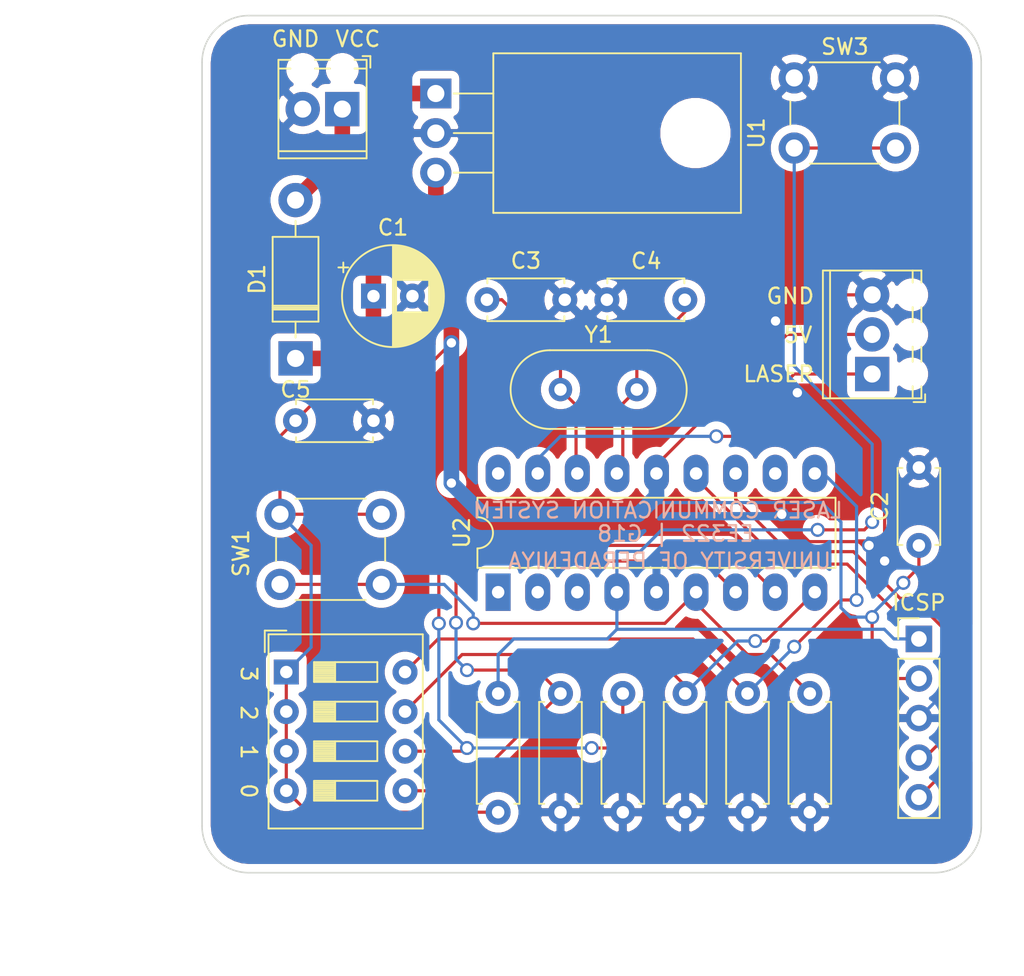
<source format=kicad_pcb>
(kicad_pcb (version 20171130) (host pcbnew "(5.1.9)-1")
  (layers (0 F.Cu signal) (31 B.Cu signal) (34 B.Paste user) (35 F.Paste user) (36 B.SilkS user) (37 F.SilkS user) (38 B.Mask user) (39 F.Mask user) (44 Edge.Cuts user))
  (net 0 "")
  (net 1 "Net-(C1-Pad1)")
  (net 2 GND)
  (net 3 5V)
  (net 4 "Net-(C3-Pad1)")
  (net 5 "Net-(C4-Pad1)")
  (net 6 "Net-(D1-Pad2)")
  (net 7 LASER)
  (net 8 MCLR)
  (net 9 DATA)
  (net 10 CLOCK)
  (net 11 SEND)
  (net 12 BIT0)
  (net 13 BIT1)
  (net 14 BIT2)
  (net 15 BIT3)
  (net 16 "Net-(U2-Pad1)")
  (net 17 "Net-(U2-Pad2)")
  (net 18 "Net-(U2-Pad11)")
  (net 19 "Net-(U2-Pad3)")
  (net 20 "Net-(U2-Pad18)")
  (module Connector_PinHeader_2.54mm:PinHeader_1x05_P2.54mm_Vertical (layer F.Cu) (at 116 103)
    (fp_text reference ICSP (at 0 -2.33) (layer F.SilkS))
    (fp_text value Conn_01x05_Male)
    (pad 5 thru_hole oval (at 0 10.16) (size 1.7 1.7) (drill 1) (layers *.Cu *.Mask) (net 10 CLOCK))
    (pad 4 thru_hole oval (at 0 7.62) (size 1.7 1.7) (drill 1) (layers *.Cu *.Mask) (net 9 DATA))
    (pad 3 thru_hole oval (at 0 5.08) (size 1.7 1.7) (drill 1) (layers *.Cu *.Mask) (net 2 GND))
    (pad 2 thru_hole oval (at 0 2.54) (size 1.7 1.7) (drill 1) (layers *.Cu *.Mask) (net 3 5V))
    (pad 1 thru_hole rect (at 0 0) (size 1.7 1.7) (drill 1) (layers *.Cu *.Mask) (net 8 MCLR))
  )
  (module Capacitor_THT:C_Disc_D4.7mm_W2.5mm_P5.00mm (layer F.Cu) (at 76 89)
    (fp_text reference C5 (at 0 -2) (layer F.SilkS))
    (fp_text value 0.1uF)
    (pad 2 thru_hole circle (at 5 0) (size 1.6 1.6) (drill 0.8) (layers *.Cu *.Mask) (net 2 GND))
    (pad 1 thru_hole circle (at 0 0) (size 1.6 1.6) (drill 0.8) (layers *.Cu *.Mask) (net 3 5V))
  )
  (module Capacitor_THT:CP_Radial_D6.3mm_P2.50mm (layer F.Cu) (at 81 81)
    (fp_text reference C1 (at 1.25 -4.4) (layer F.SilkS))
    (fp_text value 100uF)
    (pad 1 thru_hole rect (at 0 0) (size 1.6 1.6) (drill 0.8) (layers *.Cu *.Mask) (net 1 "Net-(C1-Pad1)"))
    (pad 2 thru_hole circle (at 2.5 0) (size 1.6 1.6) (drill 0.8) (layers *.Cu *.Mask) (net 2 GND))
  )
  (module Capacitor_THT:C_Disc_D4.7mm_W2.5mm_P5.00mm (layer F.Cu) (at 116 97 90)
    (fp_text reference C2 (at 2.5 -2.5 90) (layer F.SilkS))
    (fp_text value 0.1uF)
    (pad 1 thru_hole circle (at 0 0 90) (size 1.6 1.6) (drill 0.8) (layers *.Cu *.Mask) (net 3 5V))
    (pad 2 thru_hole circle (at 5 0 90) (size 1.6 1.6) (drill 0.8) (layers *.Cu *.Mask) (net 2 GND))
  )
  (module Capacitor_THT:C_Disc_D4.7mm_W2.5mm_P5.00mm (layer F.Cu) (at 88.278 81.236)
    (fp_text reference C3 (at 2.5 -2.5) (layer F.SilkS))
    (fp_text value 22pF)
    (pad 2 thru_hole circle (at 5 0) (size 1.6 1.6) (drill 0.8) (layers *.Cu *.Mask) (net 2 GND))
    (pad 1 thru_hole circle (at 0 0) (size 1.6 1.6) (drill 0.8) (layers *.Cu *.Mask) (net 4 "Net-(C3-Pad1)"))
  )
  (module Capacitor_THT:C_Disc_D4.7mm_W2.5mm_P5.00mm (layer F.Cu) (at 100.978 81.236 180)
    (fp_text reference C4 (at 2.478 2.486) (layer F.SilkS))
    (fp_text value 22pF)
    (pad 1 thru_hole circle (at 0 0 180) (size 1.6 1.6) (drill 0.8) (layers *.Cu *.Mask) (net 5 "Net-(C4-Pad1)"))
    (pad 2 thru_hole circle (at 5 0 180) (size 1.6 1.6) (drill 0.8) (layers *.Cu *.Mask) (net 2 GND))
  )
  (module Diode_THT:D_DO-41_SOD81_P10.16mm_Horizontal (layer F.Cu) (at 76 85 90)
    (fp_text reference D1 (at 5.08 -2.47 90) (layer F.SilkS))
    (fp_text value 1N4007)
    (pad 1 thru_hole rect (at 0 0 90) (size 2.2 2.2) (drill 1.1) (layers *.Cu *.Mask) (net 1 "Net-(C1-Pad1)"))
    (pad 2 thru_hole oval (at 10.16 0 90) (size 2.2 2.2) (drill 1.1) (layers *.Cu *.Mask) (net 6 "Net-(D1-Pad2)"))
  )
  (module TerminalBlock_Phoenix:TerminalBlock_Phoenix_MPT-0,5-2-2.54_1x02_P2.54mm_Horizontal (layer F.Cu) (at 79 69 180)
    (fp_text reference J1 hide)
    (fp_text value Screw_Terminal_01x02)
    (pad 1 thru_hole rect (at 0 0 180) (size 2.2 2.2) (drill 1.1) (layers *.Cu *.Mask) (net 6 "Net-(D1-Pad2)"))
    (pad "" np_thru_hole circle (at 0 2.54 180) (size 1.1 1.1) (drill 1.1) (layers *.Cu *.Mask))
    (pad 2 thru_hole circle (at 2.54 0 180) (size 2.2 2.2) (drill 1.1) (layers *.Cu *.Mask) (net 2 GND))
    (pad "" np_thru_hole circle (at 2.54 2.54 180) (size 1.1 1.1) (drill 1.1) (layers *.Cu *.Mask))
  )
  (module TerminalBlock_Phoenix:TerminalBlock_Phoenix_MPT-0,5-3-2.54_1x03_P2.54mm_Horizontal (layer F.Cu) (at 113 86 90)
    (fp_text reference J2 hide)
    (fp_text value Screw_Terminal_01x03)
    (pad 1 thru_hole rect (at 0 0 90) (size 2.2 2.2) (drill 1.1) (layers *.Cu *.Mask) (net 7 LASER))
    (pad "" np_thru_hole circle (at 0 2.54 90) (size 1.1 1.1) (drill 1.1) (layers *.Cu *.Mask))
    (pad 2 thru_hole circle (at 2.54 0 90) (size 2.2 2.2) (drill 1.1) (layers *.Cu *.Mask) (net 3 5V))
    (pad "" np_thru_hole circle (at 2.54 2.54 90) (size 1.1 1.1) (drill 1.1) (layers *.Cu *.Mask))
    (pad 3 thru_hole circle (at 5.08 0 90) (size 2.2 2.2) (drill 1.1) (layers *.Cu *.Mask) (net 2 GND))
    (pad "" np_thru_hole circle (at 5.08 2.54 90) (size 1.1 1.1) (drill 1.1) (layers *.Cu *.Mask))
  )
  (module Resistor_THT:R_Axial_DIN0207_L6.3mm_D2.5mm_P7.62mm_Horizontal (layer F.Cu) (at 109 106.5 270)
    (fp_text reference R1 hide)
    (fp_text value 10k)
    (pad 2 thru_hole oval (at 7.62 0 270) (size 1.6 1.6) (drill 0.8) (layers *.Cu *.Mask) (net 2 GND))
    (pad 1 thru_hole circle (at 0 0 270) (size 1.6 1.6) (drill 0.8) (layers *.Cu *.Mask) (net 11 SEND))
  )
  (module Resistor_THT:R_Axial_DIN0207_L6.3mm_D2.5mm_P7.62mm_Horizontal (layer F.Cu) (at 105 106.5 270)
    (fp_text reference R2 hide)
    (fp_text value 10k)
    (pad 2 thru_hole oval (at 7.62 0 270) (size 1.6 1.6) (drill 0.8) (layers *.Cu *.Mask) (net 2 GND))
    (pad 1 thru_hole circle (at 0 0 270) (size 1.6 1.6) (drill 0.8) (layers *.Cu *.Mask) (net 12 BIT0))
  )
  (module Resistor_THT:R_Axial_DIN0207_L6.3mm_D2.5mm_P7.62mm_Horizontal (layer F.Cu) (at 101 106.5 270)
    (fp_text reference R3 hide)
    (fp_text value 10k)
    (pad 1 thru_hole circle (at 0 0 270) (size 1.6 1.6) (drill 0.8) (layers *.Cu *.Mask) (net 13 BIT1))
    (pad 2 thru_hole oval (at 7.62 0 270) (size 1.6 1.6) (drill 0.8) (layers *.Cu *.Mask) (net 2 GND))
  )
  (module Resistor_THT:R_Axial_DIN0207_L6.3mm_D2.5mm_P7.62mm_Horizontal (layer F.Cu) (at 97 106.5 270)
    (fp_text reference R4 hide)
    (fp_text value 10k)
    (pad 2 thru_hole oval (at 7.62 0 270) (size 1.6 1.6) (drill 0.8) (layers *.Cu *.Mask) (net 2 GND))
    (pad 1 thru_hole circle (at 0 0 270) (size 1.6 1.6) (drill 0.8) (layers *.Cu *.Mask) (net 14 BIT2))
  )
  (module Resistor_THT:R_Axial_DIN0207_L6.3mm_D2.5mm_P7.62mm_Horizontal (layer F.Cu) (at 93 106.5 270)
    (fp_text reference R5 hide)
    (fp_text value 10k)
    (pad 1 thru_hole circle (at 0 0 270) (size 1.6 1.6) (drill 0.8) (layers *.Cu *.Mask) (net 15 BIT3))
    (pad 2 thru_hole oval (at 7.62 0 270) (size 1.6 1.6) (drill 0.8) (layers *.Cu *.Mask) (net 2 GND))
  )
  (module Resistor_THT:R_Axial_DIN0207_L6.3mm_D2.5mm_P7.62mm_Horizontal (layer F.Cu) (at 89 106.5 270)
    (fp_text reference R6 hide)
    (fp_text value 10k)
    (pad 1 thru_hole circle (at 0 0 270) (size 1.6 1.6) (drill 0.8) (layers *.Cu *.Mask) (net 8 MCLR))
    (pad 2 thru_hole oval (at 7.62 0 270) (size 1.6 1.6) (drill 0.8) (layers *.Cu *.Mask) (net 3 5V))
  )
  (module Button_Switch_THT:SW_PUSH_6mm_H4.3mm (layer F.Cu) (at 75 95)
    (fp_text reference SW1 (at -2.5 2.5 -90) (layer F.SilkS))
    (fp_text value Send_button)
    (pad 2 thru_hole circle (at 0 4.5 90) (size 2 2) (drill 1.1) (layers *.Cu *.Mask) (net 11 SEND))
    (pad 1 thru_hole circle (at 0 0 90) (size 2 2) (drill 1.1) (layers *.Cu *.Mask) (net 3 5V))
    (pad 2 thru_hole circle (at 6.5 4.5 90) (size 2 2) (drill 1.1) (layers *.Cu *.Mask) (net 11 SEND))
    (pad 1 thru_hole circle (at 6.5 0 90) (size 2 2) (drill 1.1) (layers *.Cu *.Mask) (net 3 5V))
  )
  (module Button_Switch_THT:SW_DIP_SPSTx04_Slide_9.78x12.34mm_W7.62mm_P2.54mm (layer F.Cu) (at 75.406 105.124)
    (fp_text reference SW2 hide)
    (fp_text value SW_DIP_x04)
    (pad 1 thru_hole rect (at 0 0) (size 1.6 1.6) (drill 0.8) (layers *.Cu *.Mask) (net 3 5V))
    (pad 5 thru_hole oval (at 7.62 7.62) (size 1.6 1.6) (drill 0.8) (layers *.Cu *.Mask) (net 15 BIT3))
    (pad 2 thru_hole oval (at 0 2.54) (size 1.6 1.6) (drill 0.8) (layers *.Cu *.Mask) (net 3 5V))
    (pad 6 thru_hole oval (at 7.62 5.08) (size 1.6 1.6) (drill 0.8) (layers *.Cu *.Mask) (net 14 BIT2))
    (pad 3 thru_hole oval (at 0 5.08) (size 1.6 1.6) (drill 0.8) (layers *.Cu *.Mask) (net 3 5V))
    (pad 7 thru_hole oval (at 7.62 2.54) (size 1.6 1.6) (drill 0.8) (layers *.Cu *.Mask) (net 13 BIT1))
    (pad 4 thru_hole oval (at 0 7.62) (size 1.6 1.6) (drill 0.8) (layers *.Cu *.Mask) (net 3 5V))
    (pad 8 thru_hole oval (at 7.62 0) (size 1.6 1.6) (drill 0.8) (layers *.Cu *.Mask) (net 12 BIT0))
  )
  (module Button_Switch_THT:SW_PUSH_6mm_H4.3mm (layer F.Cu) (at 108 67)
    (fp_text reference SW3 (at 3.25 -2) (layer F.SilkS))
    (fp_text value Reset)
    (pad 1 thru_hole circle (at 6.5 0 90) (size 2 2) (drill 1.1) (layers *.Cu *.Mask) (net 2 GND))
    (pad 2 thru_hole circle (at 6.5 4.5 90) (size 2 2) (drill 1.1) (layers *.Cu *.Mask) (net 8 MCLR))
    (pad 1 thru_hole circle (at 0 0 90) (size 2 2) (drill 1.1) (layers *.Cu *.Mask) (net 2 GND))
    (pad 2 thru_hole circle (at 0 4.5 90) (size 2 2) (drill 1.1) (layers *.Cu *.Mask) (net 8 MCLR))
  )
  (module Package_TO_SOT_THT:TO-220-3_Horizontal_TabDown (layer F.Cu) (at 85 68 270)
    (fp_text reference U1 (at 2.54 -20.58 90) (layer F.SilkS))
    (fp_text value L7805)
    (pad "" np_thru_hole oval (at 2.54 -16.66 270) (size 3.5 3.5) (drill 3.5) (layers *.Cu *.Mask))
    (pad 1 thru_hole rect (at 0 0 270) (size 1.905 2) (drill 1.1) (layers *.Cu *.Mask) (net 1 "Net-(C1-Pad1)"))
    (pad 2 thru_hole oval (at 2.54 0 270) (size 1.905 2) (drill 1.1) (layers *.Cu *.Mask) (net 2 GND))
    (pad 3 thru_hole oval (at 5.08 0 270) (size 1.905 2) (drill 1.1) (layers *.Cu *.Mask) (net 3 5V))
  )
  (module Package_DIP:DIP-18_W7.62mm_LongPads (layer F.Cu) (at 89 100 90)
    (fp_text reference U2 (at 3.81 -2.33 90) (layer F.SilkS))
    (fp_text value PIC16F84A-XXP)
    (pad 1 thru_hole rect (at 0 0 90) (size 2.4 1.6) (drill 0.8) (layers *.Cu *.Mask) (net 16 "Net-(U2-Pad1)"))
    (pad 10 thru_hole oval (at 7.62 20.32 90) (size 2.4 1.6) (drill 0.8) (layers *.Cu *.Mask) (net 12 BIT0))
    (pad 2 thru_hole oval (at 0 2.54 90) (size 2.4 1.6) (drill 0.8) (layers *.Cu *.Mask) (net 17 "Net-(U2-Pad2)"))
    (pad 11 thru_hole oval (at 7.62 17.78 90) (size 2.4 1.6) (drill 0.8) (layers *.Cu *.Mask) (net 18 "Net-(U2-Pad11)"))
    (pad 3 thru_hole oval (at 0 5.08 90) (size 2.4 1.6) (drill 0.8) (layers *.Cu *.Mask) (net 19 "Net-(U2-Pad3)"))
    (pad 12 thru_hole oval (at 7.62 15.24 90) (size 2.4 1.6) (drill 0.8) (layers *.Cu *.Mask) (net 10 CLOCK))
    (pad 4 thru_hole oval (at 0 7.62 90) (size 2.4 1.6) (drill 0.8) (layers *.Cu *.Mask) (net 8 MCLR))
    (pad 13 thru_hole oval (at 7.62 12.7 90) (size 2.4 1.6) (drill 0.8) (layers *.Cu *.Mask) (net 9 DATA))
    (pad 5 thru_hole oval (at 0 10.16 90) (size 2.4 1.6) (drill 0.8) (layers *.Cu *.Mask) (net 2 GND))
    (pad 14 thru_hole oval (at 7.62 10.16 90) (size 2.4 1.6) (drill 0.8) (layers *.Cu *.Mask) (net 3 5V))
    (pad 6 thru_hole oval (at 0 12.7 90) (size 2.4 1.6) (drill 0.8) (layers *.Cu *.Mask) (net 11 SEND))
    (pad 15 thru_hole oval (at 7.62 7.62 90) (size 2.4 1.6) (drill 0.8) (layers *.Cu *.Mask) (net 5 "Net-(C4-Pad1)"))
    (pad 7 thru_hole oval (at 0 15.24 90) (size 2.4 1.6) (drill 0.8) (layers *.Cu *.Mask) (net 15 BIT3))
    (pad 16 thru_hole oval (at 7.62 5.08 90) (size 2.4 1.6) (drill 0.8) (layers *.Cu *.Mask) (net 4 "Net-(C3-Pad1)"))
    (pad 8 thru_hole oval (at 0 17.78 90) (size 2.4 1.6) (drill 0.8) (layers *.Cu *.Mask) (net 14 BIT2))
    (pad 17 thru_hole oval (at 7.62 2.54 90) (size 2.4 1.6) (drill 0.8) (layers *.Cu *.Mask) (net 7 LASER))
    (pad 9 thru_hole oval (at 0 20.32 90) (size 2.4 1.6) (drill 0.8) (layers *.Cu *.Mask) (net 13 BIT1))
    (pad 18 thru_hole oval (at 7.62 0 90) (size 2.4 1.6) (drill 0.8) (layers *.Cu *.Mask) (net 20 "Net-(U2-Pad18)"))
  )
  (module Crystal:Crystal_HC18-U_Vertical (layer F.Cu) (at 93 87)
    (fp_text reference Y1 (at 2.45 -3.525) (layer F.SilkS))
    (fp_text value 4MHz)
    (pad 1 thru_hole circle (at 0 0) (size 1.5 1.5) (drill 0.8) (layers *.Cu *.Mask) (net 4 "Net-(C3-Pad1)"))
    (pad 2 thru_hole circle (at 4.9 0) (size 1.5 1.5) (drill 0.8) (layers *.Cu *.Mask) (net 5 "Net-(C4-Pad1)"))
  )
  (gr_text "UNIVERSITY OF PERADENIYA" (at 100 98) (layer B.SilkS) (effects (font (size 1 1)) (justify mirror)))
  (gr_text "EE322 | G18 " (at 100 96.25) (layer B.SilkS) (effects (font (size 1 1)) (justify mirror)))
  (gr_text "LASER COMMUNICATION SYSTEM" (at 99.25 94.75) (layer B.SilkS) (effects (font (size 1 1)) (justify mirror)))
  (gr_text GND (at 107.75 81) (layer F.SilkS) (effects (font (size 1 1))))
  (gr_text 5V (at 108.25 83.5) (layer F.SilkS) (effects (font (size 1 1))))
  (gr_text LASER (at 107 86) (layer F.SilkS) (effects (font (size 1 1))))
  (gr_text 3 (at 73 105.25 -90) (layer F.SilkS) (effects (font (size 1 1))))
  (gr_text 2 (at 73 107.75 -90) (layer F.SilkS) (effects (font (size 1 1))))
  (gr_text 1 (at 73 110.25 -90) (layer F.SilkS) (effects (font (size 1 1))))
  (gr_text 0 (at 73 112.75 -90) (layer F.SilkS) (effects (font (size 1 1))))
  (gr_text GND (at 76 64.5) (layer F.SilkS) (effects (font (size 1 1))))
  (gr_text VCC (at 80 64.5) (layer F.SilkS) (effects (font (size 1 1))))
  (gr_arc (start 117 115) (end 117 118) (angle -90) (layer Edge.Cuts) (width 0.1))
  (gr_arc (start 117 66) (end 117 63) (angle 90) (layer Edge.Cuts) (width 0.1))
  (gr_arc (start 73 66) (end 70 66) (angle 90) (layer Edge.Cuts) (width 0.1))
  (gr_arc (start 73 115) (end 73 118) (angle 90) (layer Edge.Cuts) (width 0.1))
  (gr_line (start 120 66) (end 120 115) (layer Edge.Cuts) (width 0.1))
  (gr_line (start 73 63) (end 117 63) (layer Edge.Cuts) (width 0.1))
  (gr_line (start 70 115) (end 70 66) (layer Edge.Cuts) (width 0.1))
  (gr_line (start 117 118) (end 73 118) (layer Edge.Cuts) (width 0.1))
  (segment (start 76 85) (end 79 85) (width 1) (layer F.Cu) (net 1))
  (segment (start 79 85) (end 81 83) (width 1) (layer F.Cu) (net 1))
  (segment (start 81 83) (end 81 81) (width 1) (layer F.Cu) (net 1))
  (segment (start 82 69) (end 83 68) (width 1) (layer F.Cu) (net 1))
  (segment (start 82 72) (end 82 69) (width 1) (layer F.Cu) (net 1))
  (segment (start 81 73) (end 82 72) (width 1) (layer F.Cu) (net 1))
  (segment (start 83 68) (end 85 68) (width 1) (layer F.Cu) (net 1))
  (segment (start 81 81) (end 81 73) (width 1) (layer F.Cu) (net 1))
  (segment (start 116 92) (end 113.8 89.8) (width 0.2032) (layer F.Cu) (net 2))
  (via (at 108.2 87.2) (size 0.9) (drill 0.6) (layers F.Cu B.Cu) (net 2))
  (segment (start 110.8 89.8) (end 108.2 87.2) (width 0.2032) (layer F.Cu) (net 2))
  (segment (start 113.8 89.8) (end 110.8 89.8) (width 0.2032) (layer F.Cu) (net 2))
  (via (at 106.8 82.6) (size 0.9) (drill 0.6) (layers F.Cu B.Cu) (net 2))
  (segment (start 106.8 85.8) (end 106.8 82.6) (width 0.2032) (layer B.Cu) (net 2))
  (segment (start 108.2 87.2) (end 106.8 85.8) (width 0.2032) (layer B.Cu) (net 2))
  (segment (start 108.48 80.92) (end 113 80.92) (width 0.2032) (layer F.Cu) (net 2))
  (segment (start 106.8 82.6) (end 108.48 80.92) (width 0.2032) (layer F.Cu) (net 2))
  (segment (start 114.895199 93.104801) (end 114.495199 93.104801) (width 0.2032) (layer F.Cu) (net 2))
  (segment (start 116 92) (end 114.895199 93.104801) (width 0.2032) (layer F.Cu) (net 2))
  (segment (start 114.495199 93.104801) (end 114.095199 93.104801) (width 0.2032) (layer F.Cu) (net 2))
  (via (at 113.8 98) (size 0.9) (drill 0.6) (layers F.Cu B.Cu) (net 2))
  (segment (start 113.8 93.4) (end 113.8 98) (width 0.2032) (layer F.Cu) (net 2))
  (segment (start 114.095199 93.104801) (end 113.8 93.4) (width 0.2032) (layer F.Cu) (net 2))
  (segment (start 114.249999 98.449999) (end 116.649999 98.449999) (width 0.2032) (layer B.Cu) (net 2))
  (segment (start 113.8 98) (end 114.249999 98.449999) (width 0.2032) (layer B.Cu) (net 2))
  (segment (start 116.649999 98.449999) (end 118.4 100.2) (width 0.2032) (layer B.Cu) (net 2))
  (segment (start 118.4 105.68) (end 116 108.08) (width 0.2032) (layer B.Cu) (net 2))
  (segment (start 118.4 100.2) (end 118.4 105.68) (width 0.2032) (layer B.Cu) (net 2))
  (via (at 112.8 97) (size 0.9) (drill 0.6) (layers F.Cu B.Cu) (net 2))
  (segment (start 113.8 98) (end 112.8 97) (width 0.2032) (layer B.Cu) (net 2))
  (segment (start 108.950001 96.754801) (end 107.2 95.0048) (width 0.2032) (layer F.Cu) (net 2))
  (segment (start 112.554801 96.754801) (end 108.950001 96.754801) (width 0.2032) (layer F.Cu) (net 2))
  (via (at 107.2 95.0048) (size 0.9) (drill 0.6) (layers F.Cu B.Cu) (net 2))
  (segment (start 112.8 97) (end 112.554801 96.754801) (width 0.2032) (layer F.Cu) (net 2))
  (segment (start 75.406 105.124) (end 75.406 107.664) (width 0.2032) (layer F.Cu) (net 3))
  (segment (start 75.406 107.664) (end 75.406 110.204) (width 0.2032) (layer F.Cu) (net 3))
  (segment (start 75.406 110.204) (end 75.406 112.744) (width 0.2032) (layer F.Cu) (net 3))
  (segment (start 85.003201 73.083201) (end 85.003201 75.003201) (width 1) (layer F.Cu) (net 3))
  (segment (start 85 73.08) (end 85.003201 73.083201) (width 1) (layer F.Cu) (net 3))
  (segment (start 85.003201 75.003201) (end 86 76) (width 1) (layer F.Cu) (net 3))
  (segment (start 86 76) (end 86 84) (width 1) (layer F.Cu) (net 3))
  (segment (start 99.16 92.38) (end 99.16 93.84) (width 1) (layer B.Cu) (net 3))
  (segment (start 98 95) (end 88 95) (width 1) (layer B.Cu) (net 3))
  (via (at 86 84) (size 0.9) (drill 0.6) (layers F.Cu B.Cu) (net 3))
  (segment (start 86 93) (end 86 84) (width 1) (layer B.Cu) (net 3))
  (segment (start 88 95) (end 86 93) (width 1) (layer B.Cu) (net 3))
  (via (at 86 93) (size 0.9) (drill 0.6) (layers F.Cu B.Cu) (net 3))
  (segment (start 78.595199 86.404801) (end 76 89) (width 0.2032) (layer F.Cu) (net 3))
  (segment (start 83.595199 86.404801) (end 78.595199 86.404801) (width 0.2032) (layer F.Cu) (net 3))
  (segment (start 86 84) (end 83.595199 86.404801) (width 0.2032) (layer F.Cu) (net 3))
  (segment (start 76 89) (end 75 90) (width 0.2032) (layer F.Cu) (net 3))
  (segment (start 75 90) (end 75 95) (width 0.2032) (layer F.Cu) (net 3))
  (segment (start 75 95) (end 81.5 95) (width 0.2032) (layer F.Cu) (net 3))
  (segment (start 77 103.53) (end 75.406 105.124) (width 0.2032) (layer B.Cu) (net 3))
  (segment (start 77 97) (end 77 103.53) (width 0.2032) (layer B.Cu) (net 3))
  (segment (start 75 95) (end 77 97) (width 0.2032) (layer B.Cu) (net 3))
  (segment (start 76.782 114.12) (end 75.406 112.744) (width 0.2032) (layer F.Cu) (net 3))
  (segment (start 89 114.12) (end 76.782 114.12) (width 0.2032) (layer F.Cu) (net 3))
  (segment (start 113 83.46) (end 107.54 83.46) (width 0.2032) (layer F.Cu) (net 3))
  (segment (start 99.16 91.84) (end 99.16 92.38) (width 0.2032) (layer F.Cu) (net 3))
  (segment (start 107.54 83.46) (end 99.16 91.84) (width 0.2032) (layer F.Cu) (net 3))
  (segment (start 111 101) (end 111 95.5) (width 0.2032) (layer B.Cu) (net 3))
  (segment (start 109.75 94.25) (end 98.75 94.25) (width 0.2032) (layer B.Cu) (net 3))
  (segment (start 111 95.5) (end 109.75 94.25) (width 0.2032) (layer B.Cu) (net 3))
  (segment (start 98.75 94.25) (end 98 95) (width 1) (layer B.Cu) (net 3))
  (segment (start 99.16 93.84) (end 98.75 94.25) (width 1) (layer B.Cu) (net 3))
  (segment (start 111 101) (end 111.4 101.4) (width 0.2032) (layer B.Cu) (net 3))
  (via (at 113 101.6) (size 0.9) (drill 0.6) (layers F.Cu B.Cu) (net 3))
  (segment (start 111.6 101.6) (end 113 101.6) (width 0.2032) (layer B.Cu) (net 3))
  (segment (start 111.4 101.4) (end 111.6 101.6) (width 0.2032) (layer B.Cu) (net 3))
  (segment (start 113 101.6) (end 113 104.4) (width 0.2032) (layer F.Cu) (net 3))
  (segment (start 114.14 105.54) (end 116 105.54) (width 0.2032) (layer F.Cu) (net 3))
  (segment (start 113 104.4) (end 114.14 105.54) (width 0.2032) (layer F.Cu) (net 3))
  (via (at 115 99.4) (size 0.9) (drill 0.6) (layers F.Cu B.Cu) (net 3))
  (segment (start 116 98.4) (end 115 99.4) (width 0.2032) (layer F.Cu) (net 3))
  (segment (start 116 97) (end 116 98.4) (width 0.2032) (layer F.Cu) (net 3))
  (segment (start 113 101.4) (end 113 101.6) (width 0.2032) (layer B.Cu) (net 3))
  (segment (start 115 99.4) (end 113 101.4) (width 0.2032) (layer B.Cu) (net 3))
  (segment (start 93 87) (end 94 88) (width 0.2032) (layer F.Cu) (net 4))
  (segment (start 94 92.3) (end 94.08 92.38) (width 0.2032) (layer F.Cu) (net 4))
  (segment (start 94 88) (end 94 92.3) (width 0.2032) (layer F.Cu) (net 4))
  (segment (start 93 87) (end 93 85) (width 0.2032) (layer F.Cu) (net 4))
  (segment (start 89.236 81.236) (end 88.278 81.236) (width 0.2032) (layer F.Cu) (net 4))
  (segment (start 93 85) (end 89.236 81.236) (width 0.2032) (layer F.Cu) (net 4))
  (segment (start 97.9 87) (end 97 87.9) (width 0.2032) (layer F.Cu) (net 5))
  (segment (start 97 92) (end 96.62 92.38) (width 0.2032) (layer F.Cu) (net 5))
  (segment (start 97 87.9) (end 97 92) (width 0.2032) (layer F.Cu) (net 5))
  (segment (start 97.9 87) (end 97.9 85.1) (width 0.2032) (layer F.Cu) (net 5))
  (segment (start 100.978 82.022) (end 100.978 81.236) (width 0.2032) (layer F.Cu) (net 5))
  (segment (start 97.9 85.1) (end 100.978 82.022) (width 0.2032) (layer F.Cu) (net 5))
  (segment (start 79 69) (end 79 72) (width 1) (layer F.Cu) (net 6))
  (segment (start 78.84 72) (end 76 74.84) (width 1) (layer F.Cu) (net 6))
  (segment (start 79 72) (end 78.84 72) (width 1) (layer F.Cu) (net 6))
  (via (at 103 90) (size 0.9) (drill 0.6) (layers F.Cu B.Cu) (net 7))
  (segment (start 103 90) (end 93 90) (width 0.2032) (layer B.Cu) (net 7))
  (segment (start 91.54 91.46) (end 91.54 92.38) (width 0.2032) (layer B.Cu) (net 7))
  (segment (start 93 90) (end 91.54 91.46) (width 0.2032) (layer B.Cu) (net 7))
  (segment (start 104 90) (end 103 90) (width 0.2032) (layer F.Cu) (net 7))
  (segment (start 108 86) (end 104 90) (width 0.2032) (layer F.Cu) (net 7))
  (segment (start 113 86) (end 108 86) (width 0.2032) (layer F.Cu) (net 7))
  (segment (start 96.62 100) (end 96.62 102.38) (width 0.2032) (layer B.Cu) (net 8))
  (segment (start 96.62 102.38) (end 96 103) (width 0.2032) (layer B.Cu) (net 8))
  (segment (start 96 103) (end 90 103) (width 0.2032) (layer B.Cu) (net 8))
  (segment (start 90 103) (end 89 104) (width 0.2032) (layer B.Cu) (net 8))
  (segment (start 89 104) (end 89 106.5) (width 0.2032) (layer B.Cu) (net 8))
  (segment (start 114.5 71.5) (end 108 71.5) (width 0.2032) (layer F.Cu) (net 8))
  (segment (start 96.62 100) (end 96.62 97.38) (width 0.2032) (layer B.Cu) (net 8))
  (segment (start 96.62 97.38) (end 98.12 97.38) (width 0.2032) (layer B.Cu) (net 8))
  (via (at 109.5 96) (size 0.9) (drill 0.6) (layers F.Cu B.Cu) (net 8))
  (segment (start 99.5 96) (end 109.5 96) (width 0.2032) (layer B.Cu) (net 8))
  (segment (start 98.12 97.38) (end 99.5 96) (width 0.2032) (layer B.Cu) (net 8))
  (via (at 113 95.5) (size 0.9) (drill 0.6) (layers F.Cu B.Cu) (net 8))
  (segment (start 112.5 96) (end 113 95.5) (width 0.2032) (layer F.Cu) (net 8))
  (segment (start 109.5 96) (end 112.5 96) (width 0.2032) (layer F.Cu) (net 8))
  (segment (start 108 85.5) (end 108 71.5) (width 0.2032) (layer B.Cu) (net 8))
  (segment (start 113 90.5) (end 108 85.5) (width 0.2032) (layer B.Cu) (net 8))
  (segment (start 113 95.5) (end 113 90.5) (width 0.2032) (layer B.Cu) (net 8))
  (segment (start 114.4 103) (end 116 103) (width 0.2032) (layer B.Cu) (net 8))
  (segment (start 113.78 102.38) (end 114.4 103) (width 0.2032) (layer B.Cu) (net 8))
  (segment (start 96.62 102.38) (end 113.78 102.38) (width 0.2032) (layer B.Cu) (net 8))
  (segment (start 116.38 110.62) (end 116 110.62) (width 0.2032) (layer F.Cu) (net 9))
  (segment (start 118 109) (end 116.38 110.62) (width 0.2032) (layer F.Cu) (net 9))
  (segment (start 118 102.751358) (end 118 109) (width 0.2032) (layer F.Cu) (net 9))
  (segment (start 116.448642 101.2) (end 118 102.751358) (width 0.2032) (layer F.Cu) (net 9))
  (segment (start 111.4 98.2) (end 114.4 101.2) (width 0.2032) (layer F.Cu) (net 9))
  (segment (start 107.2 98.2) (end 111.4 98.2) (width 0.2032) (layer F.Cu) (net 9))
  (segment (start 101.7 92.7) (end 107.2 98.2) (width 0.2032) (layer F.Cu) (net 9))
  (segment (start 114.4 101.2) (end 116.448642 101.2) (width 0.2032) (layer F.Cu) (net 9))
  (segment (start 101.7 92.38) (end 101.7 92.7) (width 0.2032) (layer F.Cu) (net 9))
  (segment (start 104.24 92.38) (end 104.24 91.76) (width 0.2032) (layer F.Cu) (net 10))
  (segment (start 116 113.16) (end 119 110.16) (width 0.2032) (layer F.Cu) (net 10))
  (segment (start 119 110.16) (end 119 102.8) (width 0.2032) (layer F.Cu) (net 10))
  (segment (start 119 102.8) (end 116.6 100.4) (width 0.2032) (layer F.Cu) (net 10))
  (segment (start 116.6 100.4) (end 114.8 100.4) (width 0.2032) (layer F.Cu) (net 10))
  (segment (start 114.8 100.4) (end 111.8 97.4) (width 0.2032) (layer F.Cu) (net 10))
  (segment (start 111.8 97.4) (end 107.6 97.4) (width 0.2032) (layer F.Cu) (net 10))
  (segment (start 104.24 94.04) (end 104.24 92.38) (width 0.2032) (layer F.Cu) (net 10))
  (segment (start 107.6 97.4) (end 104.24 94.04) (width 0.2032) (layer F.Cu) (net 10))
  (segment (start 75 99.5) (end 81.5 99.5) (width 0.2032) (layer F.Cu) (net 11))
  (segment (start 106.5 104) (end 109 106.5) (width 0.2032) (layer F.Cu) (net 11))
  (segment (start 105 104) (end 106.5 104) (width 0.2032) (layer F.Cu) (net 11))
  (segment (start 101.7 100.7) (end 105 104) (width 0.2032) (layer F.Cu) (net 11))
  (segment (start 101.7 100) (end 101.7 100.7) (width 0.2032) (layer F.Cu) (net 11))
  (segment (start 87.4 101.363586) (end 87.4 102) (width 0.2032) (layer B.Cu) (net 11))
  (segment (start 99.7 102) (end 87.4 102) (width 0.2032) (layer F.Cu) (net 11))
  (segment (start 101.7 100) (end 99.7 102) (width 0.2032) (layer F.Cu) (net 11))
  (segment (start 81.5 99.5) (end 85.536414 99.5) (width 0.2032) (layer B.Cu) (net 11))
  (segment (start 85.536414 99.5) (end 87.4 101.363586) (width 0.2032) (layer B.Cu) (net 11))
  (via (at 87.4 102) (size 0.9) (drill 0.6) (layers F.Cu B.Cu) (net 11))
  (segment (start 109.32 92.38) (end 109.88 92.38) (width 0.2032) (layer B.Cu) (net 12))
  (segment (start 109.88 92.38) (end 111.40641 93.90641) (width 0.2032) (layer B.Cu) (net 12))
  (via (at 112 100.5) (size 0.9) (drill 0.6) (layers F.Cu B.Cu) (net 12))
  (segment (start 112 94.5) (end 112 100.5) (width 0.2032) (layer B.Cu) (net 12))
  (segment (start 111.40641 93.90641) (end 112 94.5) (width 0.2032) (layer B.Cu) (net 12))
  (via (at 108 103.5) (size 0.9) (drill 0.6) (layers F.Cu B.Cu) (net 12))
  (segment (start 111 100.5) (end 108 103.5) (width 0.2032) (layer F.Cu) (net 12))
  (segment (start 112 100.5) (end 111 100.5) (width 0.2032) (layer F.Cu) (net 12))
  (segment (start 108 103.5) (end 105 106.5) (width 0.2032) (layer B.Cu) (net 12))
  (segment (start 85.145198 103.004802) (end 101.504802 103.004802) (width 0.2032) (layer F.Cu) (net 12))
  (segment (start 83.026 105.124) (end 85.145198 103.004802) (width 0.2032) (layer F.Cu) (net 12))
  (segment (start 101.504802 103.004802) (end 105 106.5) (width 0.2032) (layer F.Cu) (net 12))
  (segment (start 83.026 107.664) (end 86.69 104) (width 0.2032) (layer F.Cu) (net 13))
  (segment (start 86.69 104) (end 99 104) (width 0.2032) (layer F.Cu) (net 13))
  (segment (start 99 104) (end 101 106) (width 0.2032) (layer F.Cu) (net 13))
  (segment (start 101 106) (end 101 106.5) (width 0.2032) (layer F.Cu) (net 13))
  (via (at 105.5 103.1348) (size 0.9) (drill 0.6) (layers F.Cu B.Cu) (net 13))
  (segment (start 106.1852 103.1348) (end 105.5 103.1348) (width 0.2032) (layer F.Cu) (net 13))
  (segment (start 109.32 100) (end 106.1852 103.1348) (width 0.2032) (layer F.Cu) (net 13))
  (segment (start 104.3652 103.1348) (end 101 106.5) (width 0.2032) (layer B.Cu) (net 13))
  (segment (start 105.5 103.1348) (end 104.3652 103.1348) (width 0.2032) (layer B.Cu) (net 13))
  (via (at 87 110) (size 0.9) (drill 0.6) (layers F.Cu B.Cu) (net 14))
  (segment (start 86.796 110.204) (end 87 110) (width 0.2032) (layer F.Cu) (net 14))
  (segment (start 83.026 110.204) (end 86.796 110.204) (width 0.2032) (layer F.Cu) (net 14))
  (segment (start 87 110) (end 95 110) (width 0.2032) (layer B.Cu) (net 14))
  (via (at 95 110) (size 0.9) (drill 0.6) (layers F.Cu B.Cu) (net 14))
  (segment (start 95 110) (end 96 110) (width 0.2032) (layer F.Cu) (net 14))
  (segment (start 97 109) (end 97 106.5) (width 0.2032) (layer F.Cu) (net 14))
  (segment (start 96 110) (end 97 109) (width 0.2032) (layer F.Cu) (net 14))
  (segment (start 85.195369 108.195369) (end 85.195369 102.008596) (width 0.2032) (layer B.Cu) (net 14))
  (segment (start 103.78 97) (end 87 97) (width 0.2032) (layer F.Cu) (net 14))
  (via (at 85.195369 102.008596) (size 0.9) (drill 0.6) (layers F.Cu B.Cu) (net 14))
  (segment (start 106.78 100) (end 103.78 97) (width 0.2032) (layer F.Cu) (net 14))
  (segment (start 87 110) (end 85.195369 108.195369) (width 0.2032) (layer B.Cu) (net 14))
  (segment (start 87 97) (end 85.195369 98.804631) (width 0.2032) (layer F.Cu) (net 14))
  (segment (start 85.195369 98.804631) (end 85.195369 102.008596) (width 0.2032) (layer F.Cu) (net 14))
  (segment (start 86.756 112.744) (end 93 106.5) (width 0.2032) (layer F.Cu) (net 15))
  (segment (start 83.026 112.744) (end 86.756 112.744) (width 0.2032) (layer F.Cu) (net 15))
  (via (at 87 105) (size 0.9) (drill 0.6) (layers F.Cu B.Cu) (net 15))
  (segment (start 91.5 105) (end 93 106.5) (width 0.2032) (layer F.Cu) (net 15))
  (segment (start 87 105) (end 91.5 105) (width 0.2032) (layer F.Cu) (net 15))
  (segment (start 102.24 98) (end 87 98) (width 0.2032) (layer F.Cu) (net 15))
  (via (at 86.297499 101.959748) (size 0.9) (drill 0.6) (layers F.Cu B.Cu) (net 15))
  (segment (start 87 98) (end 86.297499 98.702501) (width 0.2032) (layer F.Cu) (net 15))
  (segment (start 86.297499 98.702501) (end 86.297499 101.959748) (width 0.2032) (layer F.Cu) (net 15))
  (segment (start 87 105) (end 86.297499 104.297499) (width 0.2032) (layer B.Cu) (net 15))
  (segment (start 86.297499 104.297499) (end 86.297499 101.959748) (width 0.2032) (layer B.Cu) (net 15))
  (segment (start 104.24 100) (end 102.24 98) (width 0.2032) (layer F.Cu) (net 15))
  (zone (net 2) (net_name GND) (layer F.Cu) (connect_pads (clearance 0.508)) (min_thickness 0.254) (fill yes (arc_segments 32) (thermal_gap 0.508) (thermal_bridge_width 0.508))
    (polygon (pts (xy 122 119) (xy 68 119) (xy 68 62) (xy 122 62)))
  )
  (zone (net 2) (net_name GND) (layer B.Cu) (connect_pads (clearance 0.508)) (min_thickness 0.254) (fill yes (arc_segments 32) (thermal_gap 0.508) (thermal_bridge_width 0.508))
    (polygon (pts (xy 122 119) (xy 68 119) (xy 68 62) (xy 122 62)))
  )
)
</source>
